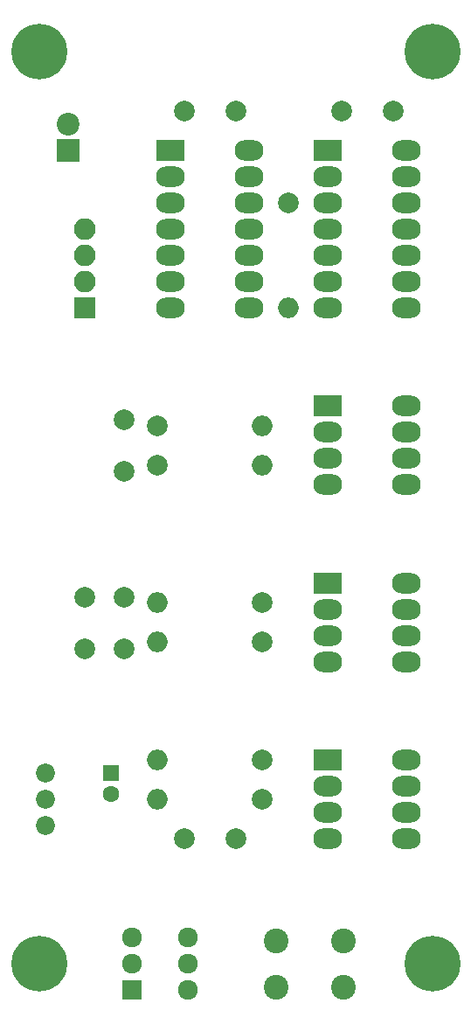
<source format=gts>
G04 #@! TF.FileFunction,Soldermask,Top*
%FSLAX46Y46*%
G04 Gerber Fmt 4.6, Leading zero omitted, Abs format (unit mm)*
G04 Created by KiCad (PCBNEW 4.0.7) date 11/16/19 22:45:39*
%MOMM*%
%LPD*%
G01*
G04 APERTURE LIST*
%ADD10C,0.100000*%
%ADD11C,5.400000*%
%ADD12C,2.000000*%
%ADD13O,2.000000X2.000000*%
%ADD14R,2.200000X2.200000*%
%ADD15C,2.200000*%
%ADD16C,1.840000*%
%ADD17C,2.400000*%
%ADD18R,2.800000X2.000000*%
%ADD19O,2.800000X2.000000*%
%ADD20R,1.600000X1.600000*%
%ADD21C,1.600000*%
%ADD22R,2.100000X2.100000*%
%ADD23O,2.100000X2.100000*%
%ADD24C,1.924000*%
%ADD25R,1.924000X1.924000*%
G04 APERTURE END LIST*
D10*
D11*
X167005000Y-149225000D03*
X128905000Y-149225000D03*
X128905000Y-60960000D03*
X167005000Y-60960000D03*
D12*
X137160000Y-101600000D03*
X137160000Y-96600000D03*
X133350000Y-118745000D03*
X133350000Y-113745000D03*
X137160000Y-118745000D03*
X137160000Y-113745000D03*
X147955000Y-66675000D03*
X142955000Y-66675000D03*
X147955000Y-137160000D03*
X142955000Y-137160000D03*
X150495000Y-133350000D03*
D13*
X140335000Y-133350000D03*
D12*
X150495000Y-129540000D03*
D13*
X140335000Y-129540000D03*
D12*
X150495000Y-114300000D03*
D13*
X140335000Y-114300000D03*
D12*
X140335000Y-100965000D03*
D13*
X150495000Y-100965000D03*
D12*
X153035000Y-75565000D03*
D13*
X153035000Y-85725000D03*
D14*
X131699000Y-70485000D03*
D15*
X131699000Y-67945000D03*
D12*
X150495000Y-118110000D03*
D13*
X140335000Y-118110000D03*
D12*
X140335000Y-97155000D03*
D13*
X150495000Y-97155000D03*
D16*
X129540000Y-130810000D03*
X129540000Y-133350000D03*
X129540000Y-135890000D03*
D17*
X158369000Y-147011000D03*
X158369000Y-151511000D03*
X151869000Y-147011000D03*
X151869000Y-151511000D03*
D18*
X141605000Y-70485000D03*
D19*
X149225000Y-85725000D03*
X141605000Y-73025000D03*
X149225000Y-83185000D03*
X141605000Y-75565000D03*
X149225000Y-80645000D03*
X141605000Y-78105000D03*
X149225000Y-78105000D03*
X141605000Y-80645000D03*
X149225000Y-75565000D03*
X141605000Y-83185000D03*
X149225000Y-73025000D03*
X141605000Y-85725000D03*
X149225000Y-70485000D03*
D20*
X135890000Y-130810000D03*
D21*
X135890000Y-132810000D03*
D12*
X163195000Y-66675000D03*
X158195000Y-66675000D03*
D22*
X133350000Y-85725000D03*
D23*
X133350000Y-83185000D03*
X133350000Y-80645000D03*
X133350000Y-78105000D03*
D18*
X156845000Y-129540000D03*
D19*
X164465000Y-137160000D03*
X156845000Y-132080000D03*
X164465000Y-134620000D03*
X156845000Y-134620000D03*
X164465000Y-132080000D03*
X156845000Y-137160000D03*
X164465000Y-129540000D03*
D18*
X156845000Y-112395000D03*
D19*
X164465000Y-120015000D03*
X156845000Y-114935000D03*
X164465000Y-117475000D03*
X156845000Y-117475000D03*
X164465000Y-114935000D03*
X156845000Y-120015000D03*
X164465000Y-112395000D03*
D18*
X156845000Y-95250000D03*
D19*
X164465000Y-102870000D03*
X156845000Y-97790000D03*
X164465000Y-100330000D03*
X156845000Y-100330000D03*
X164465000Y-97790000D03*
X156845000Y-102870000D03*
X164465000Y-95250000D03*
D18*
X156845000Y-70485000D03*
D19*
X164465000Y-85725000D03*
X156845000Y-73025000D03*
X164465000Y-83185000D03*
X156845000Y-75565000D03*
X164465000Y-80645000D03*
X156845000Y-78105000D03*
X164465000Y-78105000D03*
X156845000Y-80645000D03*
X164465000Y-75565000D03*
X156845000Y-83185000D03*
X164465000Y-73025000D03*
X156845000Y-85725000D03*
X164465000Y-70485000D03*
D24*
X137864000Y-146685000D03*
X137864000Y-149225000D03*
D25*
X137864000Y-151765000D03*
D24*
X143314000Y-151765000D03*
X143314000Y-149225000D03*
X143314000Y-146685000D03*
M02*

</source>
